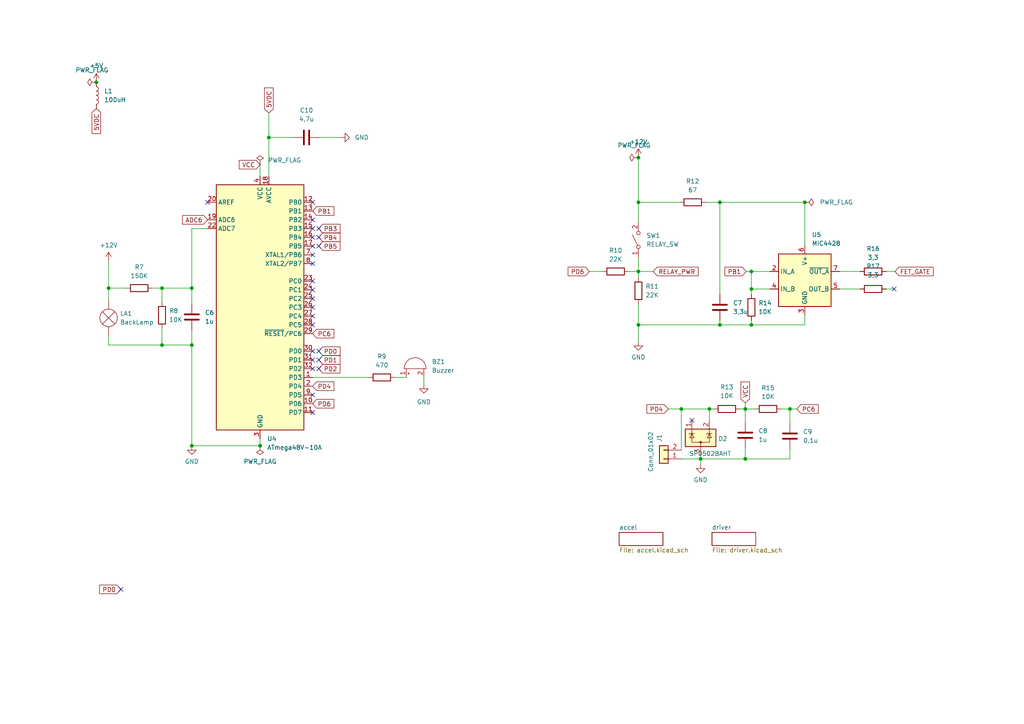
<source format=kicad_sch>
(kicad_sch (version 20211123) (generator eeschema)
  (paper "A4")
  (lib_symbols
    (symbol "Connector_Generic:Conn_01x02" (pin_names (offset 1.016) hide)
      (property "Reference" "J" (at 0 2.54 0))
      (property "Value" "Conn_01x02" (at 0 -5.08 0))
      (symbol "Conn_01x02_1_1"
        (rectangle (start -1.27 -2.413) (end 0 -2.667) (stroke (width 0.1524)))
        (rectangle (start -1.27 0.127) (end 0 -0.127) (stroke (width 0.1524)))
        (rectangle (start -1.27 1.27) (end 1.27 -3.81) (stroke (width 0.254)) (fill (type background)))
        (pin passive line (at -5.08 0 0) (length 3.81) (name "Pin_1") (number "1"))
        (pin passive line (at -5.08 -2.54 0) (length 3.81) (name "Pin_2") (number "2"))
      )
    )
    (symbol "Device:Buzzer" (pin_names (offset 0.0254) hide)
      (property "Reference" "BZ" (at 3.81 1.27 0))
      (property "Value" "Buzzer" (at 3.81 -1.27 0))
      (symbol "Buzzer_0_1"
        (arc (start 0 -3.175) (mid 3.175 0) (end 0 3.175))
        (polyline (pts (xy -1.651 1.905) (xy -1.143 1.905)))
        (polyline (pts (xy -1.397 2.159) (xy -1.397 1.651)))
        (polyline (pts (xy 0 3.175) (xy 0 -3.175)))
      )
      (symbol "Buzzer_1_1"
        (pin passive line (at -2.54 2.54 0) (length 2.54) (name "-") (number "1"))
        (pin passive line (at -2.54 -2.54 0) (length 2.54) (name "+") (number "2"))
      )
    )
    (symbol "Device:C" (pin_numbers hide) (pin_names (offset 0.254))
      (property "Reference" "C" (at 0.635 2.54 0))
      (property "Value" "C" (at 0.635 -2.54 0))
      (symbol "C_0_1"
        (polyline (pts (xy -2.032 -0.762) (xy 2.032 -0.762)) (stroke (width 0.508)))
        (polyline (pts (xy -2.032 0.762) (xy 2.032 0.762)) (stroke (width 0.508)))
      )
      (symbol "C_1_1"
        (pin passive line (at 0 3.81 270) (length 2.794) (name "~") (number "1"))
        (pin passive line (at 0 -3.81 90) (length 2.794) (name "~") (number "2"))
      )
    )
    (symbol "Device:L" (pin_numbers hide) (pin_names (offset 1.016) hide)
      (property "Reference" "L" (at -1.27 0 90))
      (property "Value" "L" (at 1.905 0 90))
      (symbol "L_0_1"
        (arc (start 0 -2.54) (mid 0.635 -1.905) (end 0 -1.27))
        (arc (start 0 -1.27) (mid 0.635 -0.635) (end 0 0))
        (arc (start 0 0) (mid 0.635 0.635) (end 0 1.27))
        (arc (start 0 1.27) (mid 0.635 1.905) (end 0 2.54))
      )
      (symbol "L_1_1"
        (pin passive line (at 0 3.81 270) (length 1.27) (name "1") (number "1"))
        (pin passive line (at 0 -3.81 90) (length 1.27) (name "2") (number "2"))
      )
    )
    (symbol "Device:Lamp" (pin_numbers hide) (pin_names (offset 0.0254) hide)
      (property "Reference" "LA" (at 0.635 3.81 0))
      (property "Value" "Lamp" (at 0.635 -3.81 0))
      (symbol "Lamp_0_1"
        (polyline (pts (xy -1.778 1.778) (xy 1.778 -1.778)))
        (polyline (pts (xy 1.778 1.778) (xy -1.778 -1.778)))
        (circle (center 0 0) (radius 2.54))
      )
      (symbol "Lamp_1_1"
        (pin passive line (at 0 -5.08 90) (length 2.54) (name "-") (number "1"))
        (pin passive line (at 0 5.08 270) (length 2.54) (name "+") (number "2"))
      )
    )
    (symbol "Device:R" (pin_numbers hide) (pin_names (offset 0))
      (property "Reference" "R" (at 2.032 0 90))
      (property "Value" "R" (at 0 0 90))
      (symbol "R_0_1"
        (rectangle (start -1.016 -2.54) (end 1.016 2.54) (stroke (width 0.254)))
      )
      (symbol "R_1_1"
        (pin passive line (at 0 3.81 270) (length 1.27) (name "~") (number "1"))
        (pin passive line (at 0 -3.81 90) (length 1.27) (name "~") (number "2"))
      )
    )
    (symbol "Driver_FET:MIC4428"
      (property "Reference" "U" (at -7.62 8.89 0))
      (property "Value" "MIC4428" (at 1.27 8.89 0))
      (symbol "MIC4428_0_1"
        (rectangle (start -7.62 -7.62) (end 7.62 7.62) (stroke (width 0.254)) (fill (type background)))
      )
      (symbol "MIC4428_1_1"
        (pin no_connect line (at -7.62 0 0) (length 2.54) hide (name "NC") (number "1"))
        (pin input line (at -10.16 2.54 0) (length 2.54) (name "IN_A") (number "2"))
        (pin power_in line (at 0 -10.16 90) (length 2.54) (name "GND") (number "3"))
        (pin input line (at -10.16 -2.54 0) (length 2.54) (name "IN_B") (number "4"))
        (pin output line (at 10.16 -2.54 180) (length 2.54) (name "OUT_B") (number "5"))
        (pin power_in line (at 0 10.16 270) (length 2.54) (name "V+") (number "6"))
        (pin output line (at 10.16 2.54 180) (length 2.54) (name "~{OUT_A}") (number "7"))
        (pin no_connect line (at 7.62 0 180) (length 2.54) hide (name "NC") (number "8"))
      )
    )
    (symbol "MCU_Microchip_ATmega:ATmega48V-10A"
      (property "Reference" "U" (at -12.7 36.83 0))
      (property "Value" "ATmega48V-10A" (at 2.54 -36.83 0))
      (symbol "ATmega48V-10A_0_1"
        (rectangle (start -12.7 -35.56) (end 12.7 35.56) (stroke (width 0.254)) (fill (type background)))
      )
      (symbol "ATmega48V-10A_1_1"
        (pin bidirectional line (at 15.24 -20.32 180) (length 2.54) (name "PD3") (number "1"))
        (pin bidirectional line (at 15.24 -27.94 180) (length 2.54) (name "PD6") (number "10"))
        (pin bidirectional line (at 15.24 -30.48 180) (length 2.54) (name "PD7") (number "11"))
        (pin bidirectional line (at 15.24 30.48 180) (length 2.54) (name "PB0") (number "12"))
        (pin bidirectional line (at 15.24 27.94 180) (length 2.54) (name "PB1") (number "13"))
        (pin bidirectional line (at 15.24 25.4 180) (length 2.54) (name "PB2") (number "14"))
        (pin bidirectional line (at 15.24 22.86 180) (length 2.54) (name "PB3") (number "15"))
        (pin bidirectional line (at 15.24 20.32 180) (length 2.54) (name "PB4") (number "16"))
        (pin bidirectional line (at 15.24 17.78 180) (length 2.54) (name "PB5") (number "17"))
        (pin power_in line (at 2.54 38.1 270) (length 2.54) (name "AVCC") (number "18"))
        (pin input line (at -15.24 25.4 0) (length 2.54) (name "ADC6") (number "19"))
        (pin bidirectional line (at 15.24 -22.86 180) (length 2.54) (name "PD4") (number "2"))
        (pin passive line (at -15.24 30.48 0) (length 2.54) (name "AREF") (number "20"))
        (pin passive line (at 0 -38.1 90) (length 2.54) hide (name "GND") (number "21"))
        (pin input line (at -15.24 22.86 0) (length 2.54) (name "ADC7") (number "22"))
        (pin bidirectional line (at 15.24 7.62 180) (length 2.54) (name "PC0") (number "23"))
        (pin bidirectional line (at 15.24 5.08 180) (length 2.54) (name "PC1") (number "24"))
        (pin bidirectional line (at 15.24 2.54 180) (length 2.54) (name "PC2") (number "25"))
        (pin bidirectional line (at 15.24 0 180) (length 2.54) (name "PC3") (number "26"))
        (pin bidirectional line (at 15.24 -2.54 180) (length 2.54) (name "PC4") (number "27"))
        (pin bidirectional line (at 15.24 -5.08 180) (length 2.54) (name "PC5") (number "28"))
        (pin bidirectional line (at 15.24 -7.62 180) (length 2.54) (name "~{RESET}/PC6") (number "29"))
        (pin power_in line (at 0 -38.1 90) (length 2.54) (name "GND") (number "3"))
        (pin bidirectional line (at 15.24 -12.7 180) (length 2.54) (name "PD0") (number "30"))
        (pin bidirectional line (at 15.24 -15.24 180) (length 2.54) (name "PD1") (number "31"))
        (pin bidirectional line (at 15.24 -17.78 180) (length 2.54) (name "PD2") (number "32"))
        (pin power_in line (at 0 38.1 270) (length 2.54) (name "VCC") (number "4"))
        (pin passive line (at 0 -38.1 90) (length 2.54) hide (name "GND") (number "5"))
        (pin passive line (at 0 38.1 270) (length 2.54) hide (name "VCC") (number "6"))
        (pin bidirectional line (at 15.24 15.24 180) (length 2.54) (name "XTAL1/PB6") (number "7"))
        (pin bidirectional line (at 15.24 12.7 180) (length 2.54) (name "XTAL2/PB7") (number "8"))
        (pin bidirectional line (at 15.24 -25.4 180) (length 2.54) (name "PD5") (number "9"))
      )
    )
    (symbol "Power_Protection:SP0502BAHT" (pin_names hide)
      (property "Reference" "D" (at 5.715 2.54 0))
      (property "Value" "SP0502BAHT" (at 5.715 0.635 0))
      (symbol "SP0502BAHT_0_0"
        (pin passive line (at 0 -5.08 90) (length 2.54) (name "A") (number "3"))
      )
      (symbol "SP0502BAHT_0_1"
        (rectangle (start -4.445 2.54) (end 4.445 -2.54) (stroke (width 0.254)) (fill (type background)))
        (circle (center 0 -1.27) (radius 0.254) (fill (type outline)))
        (polyline (pts (xy -2.54 2.54) (xy -2.54 1.27)))
        (polyline (pts (xy 0 -1.27) (xy 0 -2.54)))
        (polyline (pts (xy 2.54 2.54) (xy 2.54 1.27)))
        (polyline (pts (xy -3.302 1.016) (xy -3.302 1.27) (xy -1.905 1.27) (xy -1.778 1.27)))
        (polyline (pts (xy -2.54 1.27) (xy -2.54 -1.27) (xy 2.54 -1.27) (xy 2.54 1.27)))
        (polyline (pts (xy -2.54 1.27) (xy -1.905 0) (xy -3.175 0) (xy -2.54 1.27)))
        (polyline (pts (xy 1.778 1.016) (xy 1.778 1.27) (xy 3.175 1.27) (xy 3.302 1.27)))
        (polyline (pts (xy 2.54 1.27) (xy 1.905 0) (xy 3.175 0) (xy 2.54 1.27)))
      )
      (symbol "SP0502BAHT_1_1"
        (pin passive line (at -2.54 5.08 270) (length 2.54) (name "K") (number "1"))
        (pin passive line (at 2.54 5.08 270) (length 2.54) (name "K") (number "2"))
      )
    )
    (symbol "Switch:SW_SPST" (pin_names (offset 0) hide)
      (property "Reference" "SW" (at 0 3.175 0))
      (property "Value" "SW_SPST" (at 0 -2.54 0))
      (symbol "SW_SPST_0_0"
        (circle (center -2.032 0) (radius 0.508))
        (polyline (pts (xy -1.524 0.254) (xy 1.524 1.778)))
        (circle (center 2.032 0) (radius 0.508))
      )
      (symbol "SW_SPST_1_1"
        (pin passive line (at -5.08 0 0) (length 2.54) (name "A") (number "1"))
        (pin passive line (at 5.08 0 180) (length 2.54) (name "B") (number "2"))
      )
    )
    (symbol "power:+12V" (power) (pin_names (offset 0))
      (property "Value" "+12V" (at 0 3.556 0))
      (symbol "+12V_0_1"
        (polyline (pts (xy -0.762 1.27) (xy 0 2.54)))
        (polyline (pts (xy 0 0) (xy 0 2.54)))
        (polyline (pts (xy 0 2.54) (xy 0.762 1.27)))
      )
      (symbol "+12V_1_1"
        (pin power_in line (at 0 0 90) (length 0) hide (name "+12V") (number "1"))
      )
    )
    (symbol "power:+5V" (power) (pin_names (offset 0))
      (property "Value" "+5V" (at 0 3.556 0))
      (symbol "+5V_0_1"
        (polyline (pts (xy -0.762 1.27) (xy 0 2.54)))
        (polyline (pts (xy 0 0) (xy 0 2.54)))
        (polyline (pts (xy 0 2.54) (xy 0.762 1.27)))
      )
      (symbol "+5V_1_1"
        (pin power_in line (at 0 0 90) (length 0) hide (name "+5V") (number "1"))
      )
    )
    (symbol "power:GND" (power) (pin_names (offset 0))
      (property "Value" "GND" (at 0 -3.81 0))
      (symbol "GND_0_1"
        (polyline (pts (xy 0 0) (xy 0 -1.27) (xy 1.27 -1.27) (xy 0 -2.54) (xy -1.27 -1.27) (xy 0 -1.27)))
      )
      (symbol "GND_1_1"
        (pin power_in line (at 0 0 270) (length 0) hide (name "GND") (number "1"))
      )
    )
    (symbol "power:PWR_FLAG" (power) (pin_numbers hide) (pin_names (offset 0) hide)
      (property "Value" "PWR_FLAG" (at 0 3.81 0))
      (symbol "PWR_FLAG_0_0"
        (pin power_out line (at 0 0 90) (length 0) (name "pwr") (number "1"))
      )
      (symbol "PWR_FLAG_0_1"
        (polyline (pts (xy 0 0) (xy 0 1.27) (xy -1.016 1.905) (xy 0 2.54) (xy 1.016 1.905) (xy 0 1.27)))
      )
    )
  )
  (junction (at 46.99 100.076))
  (junction (at 216.154 118.618))
  (junction (at 216.154 133.096))
  (junction (at 185.166 78.74))
  (junction (at 27.94 23.876))
  (junction (at 31.496 83.566))
  (junction (at 46.99 83.566))
  (junction (at 229.108 118.618))
  (junction (at 217.932 78.74))
  (junction (at 55.626 129.286))
  (junction (at 208.788 58.674))
  (junction (at 205.74 118.618))
  (junction (at 203.2 133.096))
  (junction (at 185.166 94.234))
  (junction (at 197.612 118.618))
  (junction (at 217.932 83.82))
  (junction (at 217.932 94.234))
  (junction (at 185.166 45.72))
  (junction (at 55.626 83.566))
  (junction (at 233.426 58.674))
  (junction (at 77.978 39.878))
  (junction (at 75.438 129.286))
  (junction (at 55.626 100.076))
  (junction (at 208.788 94.234))
  (junction (at 185.166 58.674))
  (no_connect (at 259.334 83.82))
  (no_connect (at 60.198 58.674))
  (no_connect (at 90.678 81.534))
  (no_connect (at 90.678 84.074))
  (no_connect (at 90.678 89.154))
  (no_connect (at 90.678 114.554))
  (no_connect (at 90.678 86.614))
  (no_connect (at 90.678 101.854))
  (no_connect (at 90.678 106.934))
  (no_connect (at 90.678 58.674))
  (no_connect (at 92.456 68.834))
  (no_connect (at 90.678 104.394))
  (no_connect (at 90.678 73.914))
  (no_connect (at 90.678 63.754))
  (no_connect (at 90.678 68.834))
  (no_connect (at 90.678 76.454))
  (no_connect (at 90.678 66.294))
  (no_connect (at 200.66 121.92))
  (no_connect (at 90.678 94.234))
  (no_connect (at 90.678 71.374))
  (no_connect (at 92.456 104.394))
  (no_connect (at 92.456 71.374))
  (no_connect (at 92.456 101.854))
  (no_connect (at 90.678 119.634))
  (no_connect (at 92.456 66.294))
  (no_connect (at 35.052 170.942))
  (no_connect (at 90.678 91.694))
  (no_connect (at 92.456 106.934))
  (wire (pts (xy 185.166 88.138) (xy 185.166 94.234)))
  (wire (pts (xy 217.932 92.964) (xy 217.932 94.234)))
  (wire (pts (xy 197.612 118.618) (xy 205.74 118.618)))
  (wire (pts (xy 55.626 95.758) (xy 55.626 100.076)))
  (wire (pts (xy 75.438 129.286) (xy 75.438 127.254)))
  (wire (pts (xy 55.626 100.076) (xy 46.99 100.076)))
  (wire (pts (xy 259.588 78.74) (xy 257.048 78.74)))
  (wire (pts (xy 233.426 58.674) (xy 233.426 71.12)))
  (wire (pts (xy 193.802 118.618) (xy 197.612 118.618)))
  (wire (pts (xy 223.266 83.82) (xy 217.932 83.82)))
  (wire (pts (xy 122.936 111.506) (xy 122.936 109.474)))
  (wire (pts (xy 229.108 122.682) (xy 229.108 118.618)))
  (wire (pts (xy 46.99 95.25) (xy 46.99 100.076)))
  (wire (pts (xy 249.428 83.82) (xy 243.586 83.82)))
  (wire (pts (xy 223.266 78.74) (xy 217.932 78.74)))
  (wire (pts (xy 185.166 74.676) (xy 185.166 78.74)))
  (wire (pts (xy 216.154 133.096) (xy 229.108 133.096)))
  (wire (pts (xy 117.856 109.474) (xy 114.554 109.474)))
  (wire (pts (xy 185.166 58.674) (xy 185.166 45.72)))
  (wire (pts (xy 31.496 100.076) (xy 31.496 97.282)))
  (wire (pts (xy 259.334 83.82) (xy 257.048 83.82)))
  (wire (pts (xy 185.166 64.516) (xy 185.166 58.674)))
  (wire (pts (xy 85.09 39.878) (xy 77.978 39.878)))
  (wire (pts (xy 31.496 100.076) (xy 46.99 100.076)))
  (wire (pts (xy 36.576 83.566) (xy 31.496 83.566)))
  (wire (pts (xy 217.932 78.74) (xy 217.932 83.82)))
  (wire (pts (xy 229.108 130.302) (xy 229.108 133.096)))
  (wire (pts (xy 233.426 94.234) (xy 217.932 94.234)))
  (wire (pts (xy 216.154 122.428) (xy 216.154 118.618)))
  (wire (pts (xy 229.108 118.618) (xy 226.568 118.618)))
  (wire (pts (xy 216.154 118.618) (xy 218.948 118.618)))
  (wire (pts (xy 217.932 85.344) (xy 217.932 83.82)))
  (wire (pts (xy 207.01 118.618) (xy 205.74 118.618)))
  (wire (pts (xy 55.626 88.138) (xy 55.626 83.566)))
  (wire (pts (xy 208.788 85.344) (xy 208.788 58.674)))
  (wire (pts (xy 203.2 134.62) (xy 203.2 133.096)))
  (wire (pts (xy 77.978 39.878) (xy 77.978 32.766)))
  (wire (pts (xy 182.372 78.74) (xy 185.166 78.74)))
  (wire (pts (xy 55.626 66.294) (xy 60.198 66.294)))
  (wire (pts (xy 216.408 78.74) (xy 217.932 78.74)))
  (wire (pts (xy 44.196 83.566) (xy 46.99 83.566)))
  (wire (pts (xy 55.626 66.294) (xy 55.626 83.566)))
  (wire (pts (xy 31.496 87.122) (xy 31.496 83.566)))
  (wire (pts (xy 217.932 94.234) (xy 208.788 94.234)))
  (wire (pts (xy 170.942 78.74) (xy 174.752 78.74)))
  (wire (pts (xy 55.626 100.076) (xy 55.626 129.286)))
  (wire (pts (xy 208.788 58.674) (xy 204.724 58.674)))
  (wire (pts (xy 75.438 47.752) (xy 75.438 51.054)))
  (wire (pts (xy 203.2 133.096) (xy 203.2 132.08)))
  (wire (pts (xy 203.2 133.096) (xy 216.154 133.096)))
  (wire (pts (xy 55.626 129.286) (xy 75.438 129.286)))
  (wire (pts (xy 31.496 75.692) (xy 31.496 83.566)))
  (wire (pts (xy 197.612 133.096) (xy 203.2 133.096)))
  (wire (pts (xy 216.154 116.84) (xy 216.154 118.618)))
  (wire (pts (xy 205.74 118.618) (xy 205.74 121.92)))
  (wire (pts (xy 208.788 94.234) (xy 185.166 94.234)))
  (wire (pts (xy 106.934 109.474) (xy 90.678 109.474)))
  (wire (pts (xy 77.978 51.054) (xy 77.978 39.878)))
  (wire (pts (xy 233.426 91.44) (xy 233.426 94.234)))
  (wire (pts (xy 185.166 94.234) (xy 185.166 99.06)))
  (wire (pts (xy 249.428 78.74) (xy 243.586 78.74)))
  (wire (pts (xy 197.612 118.618) (xy 197.612 130.556)))
  (wire (pts (xy 216.154 118.618) (xy 214.63 118.618)))
  (wire (pts (xy 189.484 78.74) (xy 185.166 78.74)))
  (wire (pts (xy 216.154 130.048) (xy 216.154 133.096)))
  (wire (pts (xy 208.788 92.964) (xy 208.788 94.234)))
  (wire (pts (xy 231.14 118.618) (xy 229.108 118.618)))
  (wire (pts (xy 185.166 78.74) (xy 185.166 80.518)))
  (wire (pts (xy 233.426 58.674) (xy 208.788 58.674)))
  (wire (pts (xy 55.626 83.566) (xy 46.99 83.566)))
  (wire (pts (xy 197.104 58.674) (xy 185.166 58.674)))
  (wire (pts (xy 98.806 39.878) (xy 92.71 39.878)))
  (wire (pts (xy 46.99 87.63) (xy 46.99 83.566)))
  (global_label "PD2" (shape input) (at 92.456 106.934 0) (property "Intersheet References" "${INTERSHEET_REFS}" (effects hide)))
  (global_label "VCC" (shape input) (at 216.154 116.84 90) (property "Intersheet References" "${INTERSHEET_REFS}" (effects hide)))
  (global_label "PC6" (shape input) (at 231.14 118.618 0) (property "Intersheet References" "${INTERSHEET_REFS}" (effects hide)))
  (global_label "5VDC" (shape input) (at 27.94 31.496 270) (property "Intersheet References" "${INTERSHEET_REFS}" (effects hide)))
  (global_label "PD6" (shape input) (at 170.942 78.74 180) (property "Intersheet References" "${INTERSHEET_REFS}" (effects hide)))
  (global_label "PB3" (shape input) (at 92.456 66.294 0) (property "Intersheet References" "${INTERSHEET_REFS}" (effects hide)))
  (global_label "PC6" (shape input) (at 90.678 96.774 0) (property "Intersheet References" "${INTERSHEET_REFS}" (effects hide)))
  (global_label "PD6" (shape input) (at 90.678 117.094 0) (property "Intersheet References" "${INTERSHEET_REFS}" (effects hide)))
  (global_label "PB5" (shape input) (at 92.456 71.374 0) (property "Intersheet References" "${INTERSHEET_REFS}" (effects hide)))
  (global_label "PB1" (shape input) (at 216.408 78.74 180) (property "Intersheet References" "${INTERSHEET_REFS}" (effects hide)))
  (global_label "PD1" (shape input) (at 92.456 104.394 0) (property "Intersheet References" "${INTERSHEET_REFS}" (effects hide)))
  (global_label "PD4" (shape input) (at 193.802 118.618 180) (property "Intersheet References" "${INTERSHEET_REFS}" (effects hide)))
  (global_label "VCC" (shape input) (at 75.438 47.752 180) (property "Intersheet References" "${INTERSHEET_REFS}" (effects hide)))
  (global_label "PD0" (shape input) (at 92.456 101.854 0) (property "Intersheet References" "${INTERSHEET_REFS}" (effects hide)))
  (global_label "PD0" (shape input) (at 35.052 170.942 180) (property "Intersheet References" "${INTERSHEET_REFS}" (effects hide)))
  (global_label "RELAY_PWR" (shape input) (at 189.484 78.74 0) (property "Intersheet References" "${INTERSHEET_REFS}" (effects hide)))
  (global_label "PB1" (shape input) (at 90.678 61.214 0) (property "Intersheet References" "${INTERSHEET_REFS}" (effects hide)))
  (global_label "5VDC" (shape input) (at 77.978 32.766 90) (property "Intersheet References" "${INTERSHEET_REFS}" (effects hide)))
  (global_label "FET_GATE" (shape input) (at 259.588 78.74 0) (property "Intersheet References" "${INTERSHEET_REFS}" (effects hide)))
  (global_label "PB4" (shape input) (at 92.456 68.834 0) (property "Intersheet References" "${INTERSHEET_REFS}" (effects hide)))
  (global_label "ADC6" (shape input) (at 60.198 63.754 180) (property "Intersheet References" "${INTERSHEET_REFS}" (effects hide)))
  (global_label "PD4" (shape input) (at 90.678 112.014 0) (property "Intersheet References" "${INTERSHEET_REFS}" (effects hide)))
  (symbol (lib_id "Device:C") (at 216.154 126.238 0) (unit 1)
    (property "Reference" "C8" (at 219.964 124.9679 0) (effects (justify left)))
    (property "Value" "1u" (at 219.964 127.5079 0) (effects (justify left)))
    (property "Footprint" "Capacitor_THT:C_Disc_D3.0mm_W2.0mm_P2.50mm" (effects hide))
  )
  (symbol (lib_id "Device:R") (at 185.166 84.328 180) (unit 1)
    (property "Reference" "R11" (at 187.198 83.0579 0) (effects (justify right)))
    (property "Value" "22K" (at 187.198 85.5979 0) (effects (justify right)))
    (property "Footprint" "Resistor_THT:R_Axial_DIN0207_L6.3mm_D2.5mm_P7.62mm_Horizontal" (effects hide))
    (property "Footprint" "Resistor_THT:R_Axial_DIN0207_L6.3mm_D2.5mm_P7.62mm_Horizontal" (effects hide))
    (property "Reference" "R11" (effects hide))
    (property "Value" "22K" (effects hide))
  )
  (symbol (lib_id "power:PWR_FLAG") (at 75.438 129.286 180) (unit 1)
    (property "Reference" "#FLG0101" (effects hide))
    (property "Value" "PWR_FLAG" (at 75.438 133.858 0))
  )
  (symbol (lib_id "Device:R") (at 40.386 83.566 270) (unit 1)
    (property "Reference" "R7" (at 40.386 77.47 90))
    (property "Value" "150K" (at 40.386 80.01 90))
    (property "Footprint" "Resistor_THT:R_Axial_DIN0207_L6.3mm_D2.5mm_P7.62mm_Horizontal" (effects hide))
    (property "Footprint" "Resistor_THT:R_Axial_DIN0207_L6.3mm_D2.5mm_P7.62mm_Horizontal" (effects hide))
    (property "Reference" "R7" (effects hide))
    (property "Value" "150K" (effects hide))
  )
  (symbol (lib_id "Driver_FET:MIC4428") (at 233.426 81.28 0) (unit 1)
    (property "Reference" "U5" (at 235.4454 68.072 0) (effects (justify left)))
    (property "Value" "MIC4428" (at 235.4454 70.612 0) (effects (justify left)))
    (property "Footprint" "Package_DIP:DIP-8_W7.62mm_Socket" (effects hide))
    (property "Datasheet" "http://ww1.microchip.com/downloads/en/DeviceDoc/mic4426.pdf" (effects hide))
  )
  (symbol (lib_id "Device:C") (at 208.788 89.154 0) (unit 1)
    (property "Reference" "C7" (at 212.598 87.8839 0) (effects (justify left)))
    (property "Value" "3,3u" (at 212.598 90.4239 0) (effects (justify left)))
    (property "Footprint" "Capacitor_THT:C_Disc_D3.0mm_W2.0mm_P2.50mm" (effects hide))
  )
  (symbol (lib_id "power:GND") (at 122.936 111.506 0) (unit 1)
    (property "Reference" "#PWR07" (effects hide))
    (property "Value" "GND" (at 122.936 116.586 0))
  )
  (symbol (lib_id "Device:L") (at 27.94 27.686 0) (unit 1)
    (property "Reference" "L1" (at 30.226 26.4159 0) (effects (justify left)))
    (property "Value" "100uH" (at 30.226 28.9559 0) (effects (justify left)))
  )
  (symbol (lib_id "Device:R") (at 217.932 89.154 180) (unit 1)
    (property "Reference" "R14" (at 219.964 87.8839 0) (effects (justify right)))
    (property "Value" "10K" (at 219.964 90.4239 0) (effects (justify right)))
    (property "Footprint" "Resistor_THT:R_Axial_DIN0207_L6.3mm_D2.5mm_P7.62mm_Horizontal" (effects hide))
    (property "Footprint" "Resistor_THT:R_Axial_DIN0207_L6.3mm_D2.5mm_P7.62mm_Horizontal" (effects hide))
    (property "Reference" "R14" (effects hide))
    (property "Value" "10K" (effects hide))
  )
  (symbol (lib_id "Device:C") (at 88.9 39.878 90) (unit 1)
    (property "Reference" "C10" (at 88.9 32.004 90))
    (property "Value" "4,7u" (at 88.9 34.544 90))
    (property "Footprint" "Capacitor_THT:C_Disc_D3.0mm_W2.0mm_P2.50mm" (effects hide))
  )
  (symbol (lib_id "power:PWR_FLAG") (at 27.94 23.876 90) (unit 1)
    (property "Reference" "#FLG0104" (effects hide))
    (property "Value" "PWR_FLAG" (at 26.67 20.32 90))
  )
  (symbol (lib_id "power:GND") (at 185.166 99.06 0) (unit 1)
    (property "Reference" "#PWR09" (effects hide))
    (property "Value" "GND" (at 185.166 103.632 0))
  )
  (symbol (lib_id "Device:R") (at 200.914 58.674 270) (unit 1)
    (property "Reference" "R12" (at 200.914 52.578 90))
    (property "Value" "67" (at 200.914 55.118 90))
    (property "Footprint" "Resistor_THT:R_Axial_DIN0207_L6.3mm_D2.5mm_P7.62mm_Horizontal" (effects hide))
    (property "Footprint" "Resistor_THT:R_Axial_DIN0207_L6.3mm_D2.5mm_P7.62mm_Horizontal" (effects hide))
    (property "Reference" "R12" (effects hide))
    (property "Value" "67" (effects hide))
  )
  (symbol (lib_id "Device:C") (at 55.626 91.948 0) (unit 1)
    (property "Reference" "C6" (at 59.436 90.6779 0) (effects (justify left)))
    (property "Value" "1u" (at 59.436 93.2179 0) (effects (justify left)))
    (property "Footprint" "Capacitor_THT:C_Disc_D3.0mm_W2.0mm_P2.50mm" (effects hide))
  )
  (symbol (lib_id "Device:C") (at 229.108 126.492 180) (unit 1)
    (property "Reference" "C9" (at 232.918 125.2219 0) (effects (justify right)))
    (property "Value" "0,1u" (at 232.918 127.7619 0) (effects (justify right)))
    (property "Footprint" "Capacitor_THT:C_Disc_D3.0mm_W2.0mm_P2.50mm" (effects hide))
  )
  (symbol (lib_id "Device:R") (at 110.744 109.474 270) (unit 1)
    (property "Reference" "R9" (at 110.744 103.378 90))
    (property "Value" "470" (at 110.744 105.918 90))
    (property "Footprint" "Resistor_THT:R_Axial_DIN0207_L6.3mm_D2.5mm_P7.62mm_Horizontal" (effects hide))
  )
  (symbol (lib_id "Device:R") (at 178.562 78.74 270) (unit 1)
    (property "Reference" "R10" (at 178.562 72.644 90))
    (property "Value" "22K" (at 178.562 75.184 90))
    (property "Footprint" "Resistor_THT:R_Axial_DIN0207_L6.3mm_D2.5mm_P7.62mm_Horizontal" (effects hide))
    (property "Footprint" "Resistor_THT:R_Axial_DIN0207_L6.3mm_D2.5mm_P7.62mm_Horizontal" (effects hide))
    (property "Reference" "R10" (effects hide))
    (property "Value" "22K" (effects hide))
  )
  (symbol (lib_id "power:+12V") (at 31.496 75.692 0) (unit 1)
    (property "Reference" "#PWR05" (effects hide))
    (property "Value" "+12V" (at 31.496 71.12 0))
  )
  (symbol (lib_id "MCU_Microchip_ATmega:ATmega48V-10A") (at 75.438 89.154 0) (unit 1)
    (property "Reference" "U4" (at 77.4574 127.254 0) (effects (justify left)))
    (property "Value" "ATmega48V-10A" (at 77.4574 129.794 0) (effects (justify left)))
    (property "Footprint" "Package_QFP:TQFP-32_7x7mm_P0.8mm" (effects hide))
    (property "Datasheet" "http://ww1.microchip.com/downloads/en/DeviceDoc/Atmel-2545-8-bit-AVR-Microcontroller-ATmega48-88-168_Datasheet.pdf" (effects hide))
  )
  (symbol (lib_id "Power_Protection:SP0502BAHT") (at 203.2 127 0) (unit 1)
    (property "Reference" "D2" (at 208.28 127.254 0) (effects (justify left)))
    (property "Value" "SP0502BAHT" (at 199.898 131.572 0) (effects (justify left)))
    (property "Footprint" "Package_TO_SOT_SMD:SOT-23" (effects hide))
    (property "Datasheet" "http://www.littelfuse.com/~/media/files/littelfuse/technical%20resources/documents/data%20sheets/sp05xxba.pdf" (effects hide))
  )
  (symbol (lib_id "Device:R") (at 222.758 118.618 270) (unit 1)
    (property "Reference" "R15" (at 222.758 112.522 90))
    (property "Value" "10K" (at 222.758 115.062 90))
    (property "Footprint" "Resistor_THT:R_Axial_DIN0207_L6.3mm_D2.5mm_P7.62mm_Horizontal" (effects hide))
    (property "Footprint" "Resistor_THT:R_Axial_DIN0207_L6.3mm_D2.5mm_P7.62mm_Horizontal" (effects hide))
    (property "Reference" "R15" (effects hide))
    (property "Value" "10K" (effects hide))
  )
  (symbol (lib_id "power:+5V") (at 27.94 23.876 0) (unit 1)
    (property "Reference" "#PWR01" (effects hide))
    (property "Value" "+5V" (at 27.94 19.05 0))
  )
  (symbol (lib_id "power:PWR_FLAG") (at 233.426 58.674 270) (unit 1)
    (property "Reference" "#FLG?" (effects hide))
    (property "Value" "PWR_FLAG" (at 237.744 58.6739 90) (effects (justify left)))
  )
  (symbol (lib_id "Device:Lamp") (at 31.496 92.202 0) (unit 1)
    (property "Reference" "LA1" (at 34.798 90.9319 0) (effects (justify left)))
    (property "Value" "BackLamp" (at 34.798 93.4719 0) (effects (justify left)))
  )
  (symbol (lib_id "Device:R") (at 210.82 118.618 90) (unit 1)
    (property "Reference" "R13" (at 210.82 112.268 90))
    (property "Value" "10K" (at 210.82 114.808 90))
    (property "Footprint" "Resistor_THT:R_Axial_DIN0207_L6.3mm_D2.5mm_P7.62mm_Horizontal" (effects hide))
    (property "Footprint" "Resistor_THT:R_Axial_DIN0207_L6.3mm_D2.5mm_P7.62mm_Horizontal" (effects hide))
    (property "Reference" "R13" (effects hide))
    (property "Value" "10K" (effects hide))
  )
  (symbol (lib_id "Device:R") (at 253.238 83.82 90) (unit 1)
    (property "Reference" "R17" (at 253.238 77.216 90))
    (property "Value" "3,3" (at 253.238 79.756 90))
    (property "Footprint" "Resistor_THT:R_Axial_DIN0204_L3.6mm_D1.6mm_P7.62mm_Horizontal" (effects hide))
  )
  (symbol (lib_id "power:+12V") (at 185.166 45.72 0) (unit 1)
    (property "Reference" "#PWR08" (effects hide))
    (property "Value" "+12V" (at 185.166 41.148 0))
  )
  (symbol (lib_id "power:GND") (at 98.806 39.878 90) (unit 1)
    (property "Reference" "#PWR03" (effects hide))
    (property "Value" "GND" (at 102.87 39.8779 90) (effects (justify right)))
  )
  (symbol (lib_id "Device:R") (at 253.238 78.74 90) (unit 1)
    (property "Reference" "R16" (at 253.238 72.136 90))
    (property "Value" "3,3" (at 253.238 74.676 90))
    (property "Footprint" "Resistor_THT:R_Axial_DIN0204_L3.6mm_D1.6mm_P7.62mm_Horizontal" (effects hide))
  )
  (symbol (lib_id "power:PWR_FLAG") (at 75.438 47.752 0) (unit 1)
    (property "Reference" "#FLG0103" (effects hide))
    (property "Value" "PWR_FLAG" (at 77.724 46.4819 0) (effects (justify left)))
  )
  (symbol (lib_id "Device:Buzzer") (at 120.396 106.934 90) (unit 1)
    (property "Reference" "BZ1" (at 125.222 104.9019 90) (effects (justify right)))
    (property "Value" "Buzzer" (at 125.222 107.4419 90) (effects (justify right)))
    (property "Footprint" "Buzzer_Beeper:Buzzer_12x9.5RM7.6" (effects hide))
  )
  (symbol (lib_id "Connector_Generic:Conn_01x02") (at 192.532 133.096 180) (unit 1)
    (property "Reference" "J1" (at 191.2619 128.27 90) (effects (justify right)))
    (property "Value" "Conn_01x02" (at 188.722 136.906 90) (effects (justify right)))
    (property "Footprint" "Connector_PinHeader_2.54mm:PinHeader_1x02_P2.54mm_Vertical" (effects hide))
    (property "Footprint" "Connector_PinHeader_2.54mm:PinHeader_1x02_P2.54mm_Vertical" (effects hide))
    (property "Reference" "J1" (effects hide))
    (property "Value" "Conn_01x02" (effects hide))
  )
  (symbol (lib_id "Switch:SW_SPST") (at 185.166 69.596 90) (unit 1)
    (property "Reference" "SW1" (at 187.452 68.3259 90) (effects (justify right)))
    (property "Value" "RELAY_SW" (at 187.452 70.8659 90) (effects (justify right)))
  )
  (symbol (lib_id "power:PWR_FLAG") (at 185.166 45.72 90) (unit 1)
    (property "Reference" "#FLG0102" (effects hide))
    (property "Value" "PWR_FLAG" (at 183.896 42.164 90))
  )
  (symbol (lib_id "power:GND") (at 203.2 134.62 0) (unit 1)
    (property "Reference" "#PWR010" (effects hide))
    (property "Value" "GND" (at 203.2 139.192 0))
  )
  (symbol (lib_id "power:GND") (at 55.626 129.286 0) (unit 1)
    (property "Reference" "#PWR06" (effects hide))
    (property "Value" "GND" (at 55.626 133.858 0))
  )
  (symbol (lib_id "Device:R") (at 46.99 91.44 180) (unit 1)
    (property "Reference" "R8" (at 49.022 90.1699 0) (effects (justify right)))
    (property "Value" "10K" (at 49.022 92.7099 0) (effects (justify right)))
    (property "Footprint" "Resistor_THT:R_Axial_DIN0207_L6.3mm_D2.5mm_P7.62mm_Horizontal" (effects hide))
    (property "Footprint" "Resistor_THT:R_Axial_DIN0207_L6.3mm_D2.5mm_P7.62mm_Horizontal" (effects hide))
    (property "Reference" "R8" (effects hide))
    (property "Value" "10K" (effects hide))
  )
  (sheet (at 206.502 154.432) (size 12.7 3.81) (stroke (width 0.1524))
    (property "Sheet name" "driver" (at 206.502 153.7204 0) (effects (justify left bottom)))
    (property "Sheet file" "driver.kicad_sch" (at 206.502 158.8266 0) (effects (justify left top)))
  )
  (sheet (at 179.578 154.432) (size 12.7 3.81) (stroke (width 0.1524))
    (property "Sheet name" "accel" (at 179.578 153.7204 0) (effects (justify left bottom)))
    (property "Sheet file" "accel.kicad_sch" (at 179.578 158.8266 0) (effects (justify left top)))
  )
)
</source>
